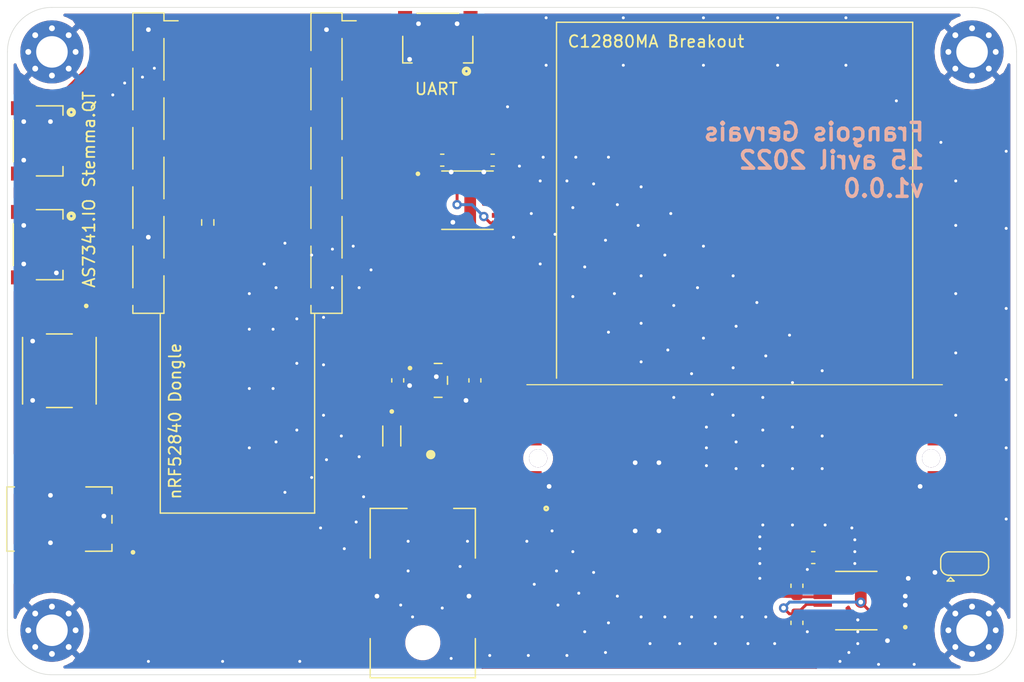
<source format=kicad_pcb>
(kicad_pcb (version 20171130) (host pcbnew 5.1.7-a382d34a8~88~ubuntu18.04.1)
  (layers (0 F.Cu signal) (31 B.Cu signal) (34 B.Paste user) (35 F.Paste user) (36 B.SilkS user) (37 F.SilkS user) (38 B.Mask user) (39 F.Mask user) (44 Edge.Cuts user))
  (net 0 "")
  (net 1 GND)
  (net 2 +5V)
  (net 3 VCC)
  (net 4 VDD)
  (net 5 /0.31)
  (net 6 /0.02)
  (net 7 /1.13)
  (net 8 /0.29)
  (net 9 /1.15)
  (net 10 /1.10)
  (net 11 /0.15)
  (net 12 /0.20)
  (net 13 /0.24)
  (net 14 /0.09)
  (net 15 /0.13)
  (net 16 /0.17)
  (net 17 /0.22)
  (net 18 /1.00)
  (net 19 /0.10)
  (net 20 "Net-(D1-Pad2)")
  (net 21 "Net-(J8-Pad12)")
  (net 22 /LED)
  (net 23 /VIDEO)
  (net 24 /CLK)
  (net 25 /START)
  (net 26 /TRG)
  (net 27 /EOS)
  (net 28 "Net-(J8-Pad5)")
  (net 29 /3V3)
  (net 30 /ADC_ADDR1)
  (net 31 "Net-(U1-Pad10)")
  (net 32 "Net-(U1-Pad7)")
  (net 33 "Net-(U1-Pad6)")
  (net 34 "Net-(U3-Pad9)")
  (net 35 "Net-(U3-Pad6)")
  (module MountingHole:MountingHole_2.7mm_M2.5_Pad_Via (layer F.Cu) (at 97.155 74.295)
    (fp_text reference H4)
    (fp_text value MountingHole_Pad)
    (pad 1 thru_hole circle (at 0 0) (size 5.4 5.4) (drill 2.7) (layers *.Cu *.Mask) (net 1 GND))
    (pad 1 thru_hole circle (at 2.025 0) (size 0.8 0.8) (drill 0.5) (layers *.Cu *.Mask) (net 1 GND))
    (pad 1 thru_hole circle (at 1.431891 1.431891) (size 0.8 0.8) (drill 0.5) (layers *.Cu *.Mask) (net 1 GND))
    (pad 1 thru_hole circle (at 0 2.025) (size 0.8 0.8) (drill 0.5) (layers *.Cu *.Mask) (net 1 GND))
    (pad 1 thru_hole circle (at -1.431891 1.431891) (size 0.8 0.8) (drill 0.5) (layers *.Cu *.Mask) (net 1 GND))
    (pad 1 thru_hole circle (at -2.025 0) (size 0.8 0.8) (drill 0.5) (layers *.Cu *.Mask) (net 1 GND))
    (pad 1 thru_hole circle (at -1.431891 -1.431891) (size 0.8 0.8) (drill 0.5) (layers *.Cu *.Mask) (net 1 GND))
    (pad 1 thru_hole circle (at 0 -2.025) (size 0.8 0.8) (drill 0.5) (layers *.Cu *.Mask) (net 1 GND))
    (pad 1 thru_hole circle (at 1.431891 -1.431891) (size 0.8 0.8) (drill 0.5) (layers *.Cu *.Mask) (net 1 GND))
  )
  (module MountingHole:MountingHole_2.7mm_M2.5_Pad_Via (layer F.Cu) (at 18.415 74.295)
    (fp_text reference H3)
    (fp_text value MountingHole_Pad)
    (pad 1 thru_hole circle (at 1.431891 -1.431891) (size 0.8 0.8) (drill 0.5) (layers *.Cu *.Mask) (net 1 GND))
    (pad 1 thru_hole circle (at 0 -2.025) (size 0.8 0.8) (drill 0.5) (layers *.Cu *.Mask) (net 1 GND))
    (pad 1 thru_hole circle (at -1.431891 -1.431891) (size 0.8 0.8) (drill 0.5) (layers *.Cu *.Mask) (net 1 GND))
    (pad 1 thru_hole circle (at -2.025 0) (size 0.8 0.8) (drill 0.5) (layers *.Cu *.Mask) (net 1 GND))
    (pad 1 thru_hole circle (at -1.431891 1.431891) (size 0.8 0.8) (drill 0.5) (layers *.Cu *.Mask) (net 1 GND))
    (pad 1 thru_hole circle (at 0 2.025) (size 0.8 0.8) (drill 0.5) (layers *.Cu *.Mask) (net 1 GND))
    (pad 1 thru_hole circle (at 1.431891 1.431891) (size 0.8 0.8) (drill 0.5) (layers *.Cu *.Mask) (net 1 GND))
    (pad 1 thru_hole circle (at 2.025 0) (size 0.8 0.8) (drill 0.5) (layers *.Cu *.Mask) (net 1 GND))
    (pad 1 thru_hole circle (at 0 0) (size 5.4 5.4) (drill 2.7) (layers *.Cu *.Mask) (net 1 GND))
  )
  (module MountingHole:MountingHole_2.7mm_M2.5_Pad_Via (layer F.Cu) (at 97.155 24.765)
    (fp_text reference H2)
    (fp_text value MountingHole_Pad)
    (pad 1 thru_hole circle (at 1.431891 -1.431891) (size 0.8 0.8) (drill 0.5) (layers *.Cu *.Mask) (net 1 GND))
    (pad 1 thru_hole circle (at 0 -2.025) (size 0.8 0.8) (drill 0.5) (layers *.Cu *.Mask) (net 1 GND))
    (pad 1 thru_hole circle (at -1.431891 -1.431891) (size 0.8 0.8) (drill 0.5) (layers *.Cu *.Mask) (net 1 GND))
    (pad 1 thru_hole circle (at -2.025 0) (size 0.8 0.8) (drill 0.5) (layers *.Cu *.Mask) (net 1 GND))
    (pad 1 thru_hole circle (at -1.431891 1.431891) (size 0.8 0.8) (drill 0.5) (layers *.Cu *.Mask) (net 1 GND))
    (pad 1 thru_hole circle (at 0 2.025) (size 0.8 0.8) (drill 0.5) (layers *.Cu *.Mask) (net 1 GND))
    (pad 1 thru_hole circle (at 1.431891 1.431891) (size 0.8 0.8) (drill 0.5) (layers *.Cu *.Mask) (net 1 GND))
    (pad 1 thru_hole circle (at 2.025 0) (size 0.8 0.8) (drill 0.5) (layers *.Cu *.Mask) (net 1 GND))
    (pad 1 thru_hole circle (at 0 0) (size 5.4 5.4) (drill 2.7) (layers *.Cu *.Mask) (net 1 GND))
  )
  (module MountingHole:MountingHole_2.7mm_M2.5_Pad_Via (layer F.Cu) (at 18.415 24.765)
    (fp_text reference H1)
    (fp_text value MountingHole_Pad)
    (pad 1 thru_hole circle (at 1.431891 -1.431891) (size 0.8 0.8) (drill 0.5) (layers *.Cu *.Mask) (net 1 GND))
    (pad 1 thru_hole circle (at 0 -2.025) (size 0.8 0.8) (drill 0.5) (layers *.Cu *.Mask) (net 1 GND))
    (pad 1 thru_hole circle (at -1.431891 -1.431891) (size 0.8 0.8) (drill 0.5) (layers *.Cu *.Mask) (net 1 GND))
    (pad 1 thru_hole circle (at -2.025 0) (size 0.8 0.8) (drill 0.5) (layers *.Cu *.Mask) (net 1 GND))
    (pad 1 thru_hole circle (at -1.431891 1.431891) (size 0.8 0.8) (drill 0.5) (layers *.Cu *.Mask) (net 1 GND))
    (pad 1 thru_hole circle (at 0 2.025) (size 0.8 0.8) (drill 0.5) (layers *.Cu *.Mask) (net 1 GND))
    (pad 1 thru_hole circle (at 1.431891 1.431891) (size 0.8 0.8) (drill 0.5) (layers *.Cu *.Mask) (net 1 GND))
    (pad 1 thru_hole circle (at 2.025 0) (size 0.8 0.8) (drill 0.5) (layers *.Cu *.Mask) (net 1 GND))
    (pad 1 thru_hole circle (at 0 0) (size 5.4 5.4) (drill 2.7) (layers *.Cu *.Mask) (net 1 GND))
  )
  (module LSF0204DPWR:SOP65P640X120-14N (layer F.Cu) (at 53.975 37.465)
    (fp_text reference U3)
    (fp_text value LSF0204DPWR)
    (pad 14 smd roundrect (at 2.87 -1.95) (size 1.57 0.41) (layers F.Cu F.Paste F.Mask) (roundrect_rratio 0.05) (net 2 +5V))
    (pad 13 smd roundrect (at 2.87 -1.3) (size 1.57 0.41) (layers F.Cu F.Paste F.Mask) (roundrect_rratio 0.05) (net 24 /CLK))
    (pad 12 smd roundrect (at 2.87 -0.65) (size 1.57 0.41) (layers F.Cu F.Paste F.Mask) (roundrect_rratio 0.05) (net 25 /START))
    (pad 11 smd roundrect (at 2.87 0) (size 1.57 0.41) (layers F.Cu F.Paste F.Mask) (roundrect_rratio 0.05) (net 26 /TRG))
    (pad 10 smd roundrect (at 2.87 0.65) (size 1.57 0.41) (layers F.Cu F.Paste F.Mask) (roundrect_rratio 0.05) (net 27 /EOS))
    (pad 9 smd roundrect (at 2.87 1.3) (size 1.57 0.41) (layers F.Cu F.Paste F.Mask) (roundrect_rratio 0.05) (net 34 "Net-(U3-Pad9)"))
    (pad 8 smd roundrect (at 2.87 1.95) (size 1.57 0.41) (layers F.Cu F.Paste F.Mask) (roundrect_rratio 0.05) (net 4 VDD))
    (pad 7 smd roundrect (at -2.87 1.95) (size 1.57 0.41) (layers F.Cu F.Paste F.Mask) (roundrect_rratio 0.05) (net 1 GND))
    (pad 6 smd roundrect (at -2.87 1.3) (size 1.57 0.41) (layers F.Cu F.Paste F.Mask) (roundrect_rratio 0.05) (net 35 "Net-(U3-Pad6)"))
    (pad 5 smd roundrect (at -2.87 0.65) (size 1.57 0.41) (layers F.Cu F.Paste F.Mask) (roundrect_rratio 0.05) (net 12 /0.20))
    (pad 4 smd roundrect (at -2.87 0) (size 1.57 0.41) (layers F.Cu F.Paste F.Mask) (roundrect_rratio 0.05) (net 17 /0.22))
    (pad 3 smd roundrect (at -2.87 -0.65) (size 1.57 0.41) (layers F.Cu F.Paste F.Mask) (roundrect_rratio 0.05) (net 13 /0.24))
    (pad 2 smd roundrect (at -2.87 -1.3) (size 1.57 0.41) (layers F.Cu F.Paste F.Mask) (roundrect_rratio 0.05) (net 18 /1.00))
    (pad 1 smd roundrect (at -2.87 -1.95) (size 1.57 0.41) (layers F.Cu F.Paste F.Mask) (roundrect_rratio 0.05) (net 4 VDD))
  )
  (module TPS7A0233PDBVR:SOT95P280X145-5N (layer F.Cu) (at 51.466 52.895)
    (fp_text reference U2)
    (fp_text value TPS7A0350PDBVR)
    (pad 5 smd roundrect (at 1.255 -0.95) (size 1.21 0.59) (layers F.Cu F.Paste F.Mask) (roundrect_rratio 0.15) (net 2 +5V))
    (pad 4 smd roundrect (at 1.255 0.95) (size 1.21 0.59) (layers F.Cu F.Paste F.Mask) (roundrect_rratio 0.15))
    (pad 3 smd roundrect (at -1.255 0.95) (size 1.21 0.59) (layers F.Cu F.Paste F.Mask) (roundrect_rratio 0.15) (net 3 VCC))
    (pad 2 smd roundrect (at -1.255 0) (size 1.21 0.59) (layers F.Cu F.Paste F.Mask) (roundrect_rratio 0.15) (net 1 GND))
    (pad 1 smd roundrect (at -1.255 -0.95) (size 1.21 0.59) (layers F.Cu F.Paste F.Mask) (roundrect_rratio 0.15) (net 3 VCC))
  )
  (module ADS1219IPWR:SOP65P640X120-16N (layer F.Cu) (at 87.249 71.755 180)
    (fp_text reference U1)
    (fp_text value ADS1219IPWR)
    (pad 16 smd roundrect (at 2.87 -2.275 180) (size 1.57 0.41) (layers F.Cu F.Paste F.Mask) (roundrect_rratio 0.05) (net 15 /0.13))
    (pad 15 smd roundrect (at 2.87 -1.625 180) (size 1.57 0.41) (layers F.Cu F.Paste F.Mask) (roundrect_rratio 0.05) (net 11 /0.15))
    (pad 14 smd roundrect (at 2.87 -0.975 180) (size 1.57 0.41) (layers F.Cu F.Paste F.Mask) (roundrect_rratio 0.05) (net 16 /0.17))
    (pad 13 smd roundrect (at 2.87 -0.325 180) (size 1.57 0.41) (layers F.Cu F.Paste F.Mask) (roundrect_rratio 0.05) (net 4 VDD))
    (pad 12 smd roundrect (at 2.87 0.325 180) (size 1.57 0.41) (layers F.Cu F.Paste F.Mask) (roundrect_rratio 0.05) (net 2 +5V))
    (pad 11 smd roundrect (at 2.87 0.975 180) (size 1.57 0.41) (layers F.Cu F.Paste F.Mask) (roundrect_rratio 0.05) (net 23 /VIDEO))
    (pad 10 smd roundrect (at 2.87 1.625 180) (size 1.57 0.41) (layers F.Cu F.Paste F.Mask) (roundrect_rratio 0.05) (net 31 "Net-(U1-Pad10)"))
    (pad 9 smd roundrect (at 2.87 2.275 180) (size 1.57 0.41) (layers F.Cu F.Paste F.Mask) (roundrect_rratio 0.05) (net 2 +5V))
    (pad 8 smd roundrect (at -2.87 2.275 180) (size 1.57 0.41) (layers F.Cu F.Paste F.Mask) (roundrect_rratio 0.05) (net 1 GND))
    (pad 7 smd roundrect (at -2.87 1.625 180) (size 1.57 0.41) (layers F.Cu F.Paste F.Mask) (roundrect_rratio 0.05) (net 32 "Net-(U1-Pad7)"))
    (pad 6 smd roundrect (at -2.87 0.975 180) (size 1.57 0.41) (layers F.Cu F.Paste F.Mask) (roundrect_rratio 0.05) (net 33 "Net-(U1-Pad6)"))
    (pad 5 smd roundrect (at -2.87 0.325 180) (size 1.57 0.41) (layers F.Cu F.Paste F.Mask) (roundrect_rratio 0.05) (net 1 GND))
    (pad 4 smd roundrect (at -2.87 -0.325 180) (size 1.57 0.41) (layers F.Cu F.Paste F.Mask) (roundrect_rratio 0.05) (net 1 GND))
    (pad 3 smd roundrect (at -2.87 -0.975 180) (size 1.57 0.41) (layers F.Cu F.Paste F.Mask) (roundrect_rratio 0.05) (net 4 VDD))
    (pad 2 smd roundrect (at -2.87 -1.625 180) (size 1.57 0.41) (layers F.Cu F.Paste F.Mask) (roundrect_rratio 0.05) (net 30 /ADC_ADDR1))
    (pad 1 smd roundrect (at -2.87 -2.275 180) (size 1.57 0.41) (layers F.Cu F.Paste F.Mask) (roundrect_rratio 0.05) (net 1 GND))
  )
  (module HARTING_15650122601000:15650122601000 (layer F.Cu) (at 76.835 62.865 180)
    (fp_text reference J8)
    (fp_text value "C12880MA Breakboard v2" hide)
    (pad 18 thru_hole circle (at -16.815 3.3 180) (size 1.55 1.55) (drill 1.55) (layers *.Cu *.Mask))
    (pad 17 thru_hole circle (at 16.815 3.3 180) (size 1.55 1.55) (drill 1.55) (layers *.Cu *.Mask))
    (pad 16 smd rect (at -17.115 5.75 180) (size 1.2 2.7) (layers F.Cu F.Paste F.Mask))
    (pad 15 smd rect (at 17.115 5.75 180) (size 1.2 2.7) (layers F.Cu F.Paste F.Mask))
    (pad 14 smd rect (at -17.115 0.85 180) (size 1.2 2.7) (layers F.Cu F.Paste F.Mask) (net 1 GND))
    (pad 13 smd rect (at 17.115 0.85 180) (size 1.2 2.7) (layers F.Cu F.Paste F.Mask) (net 1 GND))
    (pad 12 smd rect (at -13.97 0 180) (size 0.8 3.4) (layers F.Cu F.Paste F.Mask) (net 21 "Net-(J8-Pad12)"))
    (pad 11 smd rect (at -11.43 0 180) (size 0.8 3.4) (layers F.Cu F.Paste F.Mask) (net 22 /LED))
    (pad 10 smd rect (at -8.89 0 180) (size 0.8 3.4) (layers F.Cu F.Paste F.Mask) (net 23 /VIDEO))
    (pad 9 smd rect (at -6.35 0 180) (size 0.8 3.4) (layers F.Cu F.Paste F.Mask) (net 24 /CLK))
    (pad 8 smd rect (at -3.81 0 180) (size 0.8 3.4) (layers F.Cu F.Paste F.Mask) (net 25 /START))
    (pad 7 smd rect (at -1.27 0 180) (size 0.8 3.4) (layers F.Cu F.Paste F.Mask) (net 26 /TRG))
    (pad 6 smd rect (at 1.27 0 180) (size 0.8 3.4) (layers F.Cu F.Paste F.Mask) (net 27 /EOS))
    (pad 5 smd rect (at 3.81 0 180) (size 0.8 3.4) (layers F.Cu F.Paste F.Mask) (net 28 "Net-(J8-Pad5)"))
    (pad 4 smd rect (at 6.35 0 180) (size 0.8 3.4) (layers F.Cu F.Paste F.Mask) (net 1 GND))
    (pad 3 smd rect (at 8.89 0 180) (size 0.8 3.4) (layers F.Cu F.Paste F.Mask) (net 1 GND))
    (pad 2 smd rect (at 11.43 0 180) (size 0.8 3.4) (layers F.Cu F.Paste F.Mask) (net 2 +5V))
    (pad 1 smd rect (at 13.97 0 180) (size 0.8 3.4) (layers F.Cu F.Paste F.Mask) (net 29 /3V3))
  )
  (module 1702473:PHOENIX_1702473 (layer F.Cu) (at 19.05 64.77 270)
    (fp_text reference J7)
    (fp_text value 1702473)
    (pad SH1 smd rect (at 3.85 0.8 270) (size 2.3 5.6) (layers F.Cu F.Paste F.Mask) (net 1 GND))
    (pad SH2 smd rect (at -3.85 0.8 270) (size 2.3 5.6) (layers F.Cu F.Paste F.Mask) (net 1 GND))
    (pad 1 smd rect (at 1.25 -5.8 270) (size 1.4 3.4) (layers F.Cu F.Paste F.Mask) (net 5 /0.31))
    (pad 2 smd rect (at -1.25 -5.8 270) (size 1.4 3.4) (layers F.Cu F.Paste F.Mask) (net 1 GND))
  )
  (module "SM04B-SRSS-TB(LF)(SN):JST_SM04B-SRSS-TB(LF)(SN)" (layer F.Cu) (at 51.435 26.035 180)
    (fp_text reference J6)
    (fp_text value "SM04B-SRSS-TB(LF)(SN)")
    (pad 4 smd rect (at 1.5 0 180) (size 0.6 1.55) (layers F.Cu F.Paste F.Mask) (net 1 GND))
    (pad 3 smd rect (at 0.5 0 180) (size 0.6 1.55) (layers F.Cu F.Paste F.Mask) (net 14 /0.09))
    (pad 2 smd rect (at -0.5 0 180) (size 0.6 1.55) (layers F.Cu F.Paste F.Mask) (net 19 /0.10))
    (pad 1 smd rect (at -1.5 0 180) (size 0.6 1.55) (layers F.Cu F.Paste F.Mask) (net 4 VDD))
    (pad S1 smd rect (at -2.8 3.875 180) (size 1.2 1.8) (layers F.Cu F.Paste F.Mask) (net 1 GND))
    (pad S2 smd rect (at 2.8 3.875 180) (size 1.2 1.8) (layers F.Cu F.Paste F.Mask) (net 1 GND))
  )
  (module "SM04B-SRSS-TB(LF)(SN):JST_SM04B-SRSS-TB(LF)(SN)" (layer F.Cu) (at 19.685 41.275 270)
    (fp_text reference J5)
    (fp_text value "SM04B-SRSS-TB(LF)(SN)")
    (pad 4 smd rect (at 1.5 0 270) (size 0.6 1.55) (layers F.Cu F.Paste F.Mask) (net 1 GND))
    (pad 3 smd rect (at 0.5 0 270) (size 0.6 1.55) (layers F.Cu F.Paste F.Mask) (net 8 /0.29))
    (pad 2 smd rect (at -0.5 0 270) (size 0.6 1.55) (layers F.Cu F.Paste F.Mask) (net 6 /0.02))
    (pad 1 smd rect (at -1.5 0 270) (size 0.6 1.55) (layers F.Cu F.Paste F.Mask) (net 9 /1.15))
    (pad S1 smd rect (at -2.8 3.875 270) (size 1.2 1.8) (layers F.Cu F.Paste F.Mask) (net 1 GND))
    (pad S2 smd rect (at 2.8 3.875 270) (size 1.2 1.8) (layers F.Cu F.Paste F.Mask) (net 1 GND))
  )
  (module "SM04B-SRSS-TB(LF)(SN):JST_SM04B-SRSS-TB(LF)(SN)" (layer F.Cu) (at 19.685 32.385 270)
    (fp_text reference J4)
    (fp_text value "SM04B-SRSS-TB(LF)(SN)")
    (pad 4 smd rect (at 1.5 0 270) (size 0.6 1.55) (layers F.Cu F.Paste F.Mask) (net 7 /1.13))
    (pad 3 smd rect (at 0.5 0 270) (size 0.6 1.55) (layers F.Cu F.Paste F.Mask) (net 10 /1.10))
    (pad 2 smd rect (at -0.5 0 270) (size 0.6 1.55) (layers F.Cu F.Paste F.Mask) (net 4 VDD))
    (pad 1 smd rect (at -1.5 0 270) (size 0.6 1.55) (layers F.Cu F.Paste F.Mask) (net 1 GND))
    (pad S1 smd rect (at -2.8 3.875 270) (size 1.2 1.8) (layers F.Cu F.Paste F.Mask) (net 1 GND))
    (pad S2 smd rect (at 2.8 3.875 270) (size 1.2 1.8) (layers F.Cu F.Paste F.Mask) (net 1 GND))
  )
  (module PJ-036AH-SMT-TR:CUI_PJ-036AH-SMT-TR (layer F.Cu) (at 50.8 62.611 90)
    (fp_text reference J3)
    (fp_text value PJ-036AH-SMT-TR)
    (pad None np_thru_hole circle (at -12.75 -0.65 90) (size 2 2) (drill 2) (layers *.Cu *.Mask))
    (pad 2 smd rect (at -8.95 -7.1 270) (size 6.2 3.9) (layers F.Cu F.Paste F.Mask) (net 1 GND))
    (pad 3 smd rect (at -8.95 5.8 90) (size 6.2 3.9) (layers F.Cu F.Paste F.Mask) (net 1 GND))
    (pad 1 smd rect (at 0 0 180) (size 3.3 4.4) (layers F.Cu F.Paste F.Mask) (net 20 "Net-(D1-Pad2)"))
  )
  (module CUS10S30,H3F:DIO_CUS520,H3F (layer F.Cu) (at 47.498 57.658 270)
    (fp_text reference D1)
    (fp_text value D_Schottky)
    (pad 2 smd rect (at 1.15 0 270) (size 0.8 0.9) (layers F.Cu F.Paste F.Mask) (net 20 "Net-(D1-Pad2)"))
    (pad 1 smd rect (at -1.15 0 270) (size 0.8 0.9) (layers F.Cu F.Paste F.Mask) (net 3 VCC))
  )
  (module B3FS-1010:SW_B3FS-1010P (layer F.Cu) (at 19.05 52.07 270)
    (fp_text reference S1)
    (fp_text value B3FS-1010P)
    (pad 4 smd rect (at 4 2.25 270) (size 1.6 1.4) (layers F.Cu F.Paste F.Mask) (net 1 GND))
    (pad 3 smd rect (at -4 2.25 270) (size 1.6 1.4) (layers F.Cu F.Paste F.Mask) (net 1 GND))
    (pad 2 smd rect (at 4 -2.25 270) (size 1.6 1.4) (layers F.Cu F.Paste F.Mask) (net 5 /0.31))
    (pad 1 smd rect (at -4 -2.25 270) (size 1.6 1.4) (layers F.Cu F.Paste F.Mask) (net 5 /0.31))
  )
  (module Resistor_SMD:R_0603_1608Metric (layer F.Cu) (at 31.75 39.37 90)
    (fp_text reference R1)
    (fp_text value R_Small)
    (pad 2 smd roundrect (at 0.825 0 90) (size 0.8 0.95) (layers F.Cu F.Paste F.Mask) (net 5 /0.31))
    (pad 1 smd roundrect (at -0.825 0 90) (size 0.8 0.95) (layers F.Cu F.Paste F.Mask) (net 4 VDD))
  )
  (module Jumper:SolderJumper-3_P1.3mm_Bridged12_RoundedPad1.0x1.5mm (layer F.Cu) (at 96.52 68.58)
    (fp_text reference JP1)
    (fp_text value SolderJumper_3_Bridged12)
    (fp_poly (pts (xy -0.9 -0.3) (xy -0.4 -0.3) (xy -0.4 0.3) (xy -0.9 0.3)) (layer F.Cu) (width 0))
    (pad 1 smd custom (at -1.3 0) (size 1 0.5) (layers F.Cu F.Mask) (net 1 GND) (options (clearance outline) (anchor rect)) (primitives (gr_circle (center 0 0.25) (end 0.5 0.25) (width 0)) (gr_circle (center 0 -0.25) (end 0.5 -0.25) (width 0)) (gr_poly (pts (xy 0.55 -0.75) (xy 0 -0.75) (xy 0 0.75) (xy 0.55 0.75)) (width 0))))
    (pad 2 smd rect (at 0 0) (size 1 1.5) (layers F.Cu F.Mask) (net 30 /ADC_ADDR1))
    (pad 3 smd custom (at 1.3 0) (size 1 0.5) (layers F.Cu F.Mask) (net 4 VDD) (options (clearance outline) (anchor rect)) (primitives (gr_circle (center 0 0.25) (end 0.5 0.25) (width 0)) (gr_circle (center 0 -0.25) (end 0.5 -0.25) (width 0)) (gr_poly (pts (xy -0.55 -0.75) (xy 0 -0.75) (xy 0 0.75) (xy -0.55 0.75)) (width 0))))
  )
  (module Connector_PinSocket_2.54mm:PinSocket_1x10_P2.54mm_Vertical_SMD_Pin1Right (layer F.Cu) (at 41.91 34.29)
    (fp_text reference J2)
    (fp_text value Right)
    (pad 9 smd rect (at 1.65 8.89) (size 1.9 1) (layers F.Cu F.Paste F.Mask) (net 11 /0.15))
    (pad 7 smd rect (at 1.65 3.81) (size 1.9 1) (layers F.Cu F.Paste F.Mask) (net 12 /0.20))
    (pad 5 smd rect (at 1.65 -1.27) (size 1.9 1) (layers F.Cu F.Paste F.Mask) (net 13 /0.24))
    (pad 3 smd rect (at 1.65 -6.35) (size 1.9 1) (layers F.Cu F.Paste F.Mask) (net 14 /0.09))
    (pad 1 smd rect (at 1.65 -11.43) (size 1.9 1) (layers F.Cu F.Paste F.Mask) (net 1 GND))
    (pad 10 smd rect (at -1.65 11.43) (size 1.9 1) (layers F.Cu F.Paste F.Mask) (net 15 /0.13))
    (pad 8 smd rect (at -1.65 6.35) (size 1.9 1) (layers F.Cu F.Paste F.Mask) (net 16 /0.17))
    (pad 6 smd rect (at -1.65 1.27) (size 1.9 1) (layers F.Cu F.Paste F.Mask) (net 17 /0.22))
    (pad 4 smd rect (at -1.65 -3.81) (size 1.9 1) (layers F.Cu F.Paste F.Mask) (net 18 /1.00))
    (pad 2 smd rect (at -1.65 -8.89) (size 1.9 1) (layers F.Cu F.Paste F.Mask) (net 19 /0.10))
  )
  (module Connector_PinSocket_2.54mm:PinSocket_1x10_P2.54mm_Vertical_SMD_Pin1Right (layer F.Cu) (at 26.67 34.29)
    (fp_text reference J1)
    (fp_text value Left)
    (pad 9 smd rect (at 1.65 8.89) (size 1.9 1) (layers F.Cu F.Paste F.Mask) (net 4 VDD))
    (pad 7 smd rect (at 1.65 3.81) (size 1.9 1) (layers F.Cu F.Paste F.Mask) (net 5 /0.31))
    (pad 5 smd rect (at 1.65 -1.27) (size 1.9 1) (layers F.Cu F.Paste F.Mask) (net 6 /0.02))
    (pad 3 smd rect (at 1.65 -6.35) (size 1.9 1) (layers F.Cu F.Paste F.Mask) (net 7 /1.13))
    (pad 1 smd rect (at 1.65 -11.43) (size 1.9 1) (layers F.Cu F.Paste F.Mask) (net 1 GND))
    (pad 10 smd rect (at -1.65 11.43) (size 1.9 1) (layers F.Cu F.Paste F.Mask) (net 2 +5V))
    (pad 8 smd rect (at -1.65 6.35) (size 1.9 1) (layers F.Cu F.Paste F.Mask) (net 1 GND))
    (pad 6 smd rect (at -1.65 1.27) (size 1.9 1) (layers F.Cu F.Paste F.Mask) (net 8 /0.29))
    (pad 4 smd rect (at -1.65 -3.81) (size 1.9 1) (layers F.Cu F.Paste F.Mask) (net 9 /1.15))
    (pad 2 smd rect (at -1.65 -8.89) (size 1.9 1) (layers F.Cu F.Paste F.Mask) (net 10 /1.10))
  )
  (module Capacitor_SMD:C_0603_1608Metric (layer F.Cu) (at 56.134 34.036 180)
    (fp_text reference C7)
    (fp_text value 0.1uF)
    (pad 2 smd roundrect (at 0.775 0 180) (size 0.9 0.95) (layers F.Cu F.Paste F.Mask) (net 1 GND))
    (pad 1 smd roundrect (at -0.775 0 180) (size 0.9 0.95) (layers F.Cu F.Paste F.Mask) (net 2 +5V))
  )
  (module Capacitor_SMD:C_0603_1608Metric (layer F.Cu) (at 51.816 34.036)
    (fp_text reference C6)
    (fp_text value 0.1uF)
    (pad 2 smd roundrect (at 0.775 0) (size 0.9 0.95) (layers F.Cu F.Paste F.Mask) (net 1 GND))
    (pad 1 smd roundrect (at -0.775 0) (size 0.9 0.95) (layers F.Cu F.Paste F.Mask) (net 4 VDD))
  )
  (module Capacitor_SMD:C_0603_1608Metric (layer F.Cu) (at 82.169 73.66 270)
    (fp_text reference C5)
    (fp_text value 0.1uF)
    (pad 2 smd roundrect (at 0.775 0 270) (size 0.9 0.95) (layers F.Cu F.Paste F.Mask) (net 1 GND))
    (pad 1 smd roundrect (at -0.775 0 270) (size 0.9 0.95) (layers F.Cu F.Paste F.Mask) (net 4 VDD))
  )
  (module Capacitor_SMD:C_0603_1608Metric (layer F.Cu) (at 82.169 70.485 90)
    (fp_text reference C4)
    (fp_text value 0.1uF)
    (pad 2 smd roundrect (at 0.775 0 90) (size 0.9 0.95) (layers F.Cu F.Paste F.Mask) (net 1 GND))
    (pad 1 smd roundrect (at -0.775 0 90) (size 0.9 0.95) (layers F.Cu F.Paste F.Mask) (net 2 +5V))
  )
  (module Capacitor_SMD:C_0603_1608Metric (layer F.Cu) (at 54.61 52.895 270)
    (fp_text reference C3)
    (fp_text value 1uF)
    (pad 2 smd roundrect (at 0.775 0 270) (size 0.9 0.95) (layers F.Cu F.Paste F.Mask) (net 1 GND))
    (pad 1 smd roundrect (at -0.775 0 270) (size 0.9 0.95) (layers F.Cu F.Paste F.Mask) (net 2 +5V))
  )
  (module Capacitor_SMD:C_0603_1608Metric (layer F.Cu) (at 48.006 52.895 270)
    (fp_text reference C2)
    (fp_text value 1uF)
    (pad 2 smd roundrect (at 0.775 0 270) (size 0.9 0.95) (layers F.Cu F.Paste F.Mask) (net 1 GND))
    (pad 1 smd roundrect (at -0.775 0 270) (size 0.9 0.95) (layers F.Cu F.Paste F.Mask) (net 3 VCC))
  )
  (module Capacitor_SMD:C_0603_1608Metric (layer F.Cu) (at 83.566 68.072 180)
    (fp_text reference C1)
    (fp_text value 0.1uF)
    (pad 2 smd roundrect (at 0.775 0 180) (size 0.9 0.95) (layers F.Cu F.Paste F.Mask) (net 1 GND))
    (pad 1 smd roundrect (at -0.775 0 180) (size 0.9 0.95) (layers F.Cu F.Paste F.Mask) (net 2 +5V))
  )
  (gr_text "nRF52840 Dongle" (at 28.956 56.388 90) (layer F.SilkS) (effects (font (size 1 1))))
  (gr_text AS7341.IO (at 21.59 41.148 90) (layer F.SilkS) (effects (font (size 1 1))))
  (gr_text Stemma.QT (at 21.59 32.258 90) (layer F.SilkS) (effects (font (size 1 1))))
  (gr_text UART (at 51.308 27.94) (layer F.SilkS) (effects (font (size 1 1))))
  (gr_text "François Gervais\n15 avril 2022\nv1.0.0" (at 93.218 34.036) (layer B.SilkS) (effects (font (size 1.5 1.5) (thickness 0.3)) (justify left mirror)))
  (gr_arc (start 97.155 74.295) (end 97.155 78.105) (angle -90) (layer Edge.Cuts) (width 0.05))
  (gr_arc (start 18.415 74.295) (end 14.605 74.295) (angle -90) (layer Edge.Cuts) (width 0.05))
  (gr_arc (start 18.415 24.765) (end 18.415 20.955) (angle -90) (layer Edge.Cuts) (width 0.05))
  (gr_arc (start 97.155 24.765) (end 100.965 24.765) (angle -90) (layer Edge.Cuts) (width 0.05))
  (gr_line (start 18.415 78.105) (end 97.155 78.105) (layer Edge.Cuts) (width 0.05))
  (gr_line (start 14.605 24.765) (end 14.605 74.295) (layer Edge.Cuts) (width 0.05))
  (gr_line (start 100.965 24.765) (end 100.965 74.295) (layer Edge.Cuts) (width 0.05))
  (gr_line (start 18.415 20.955) (end 97.155 20.955) (layer Edge.Cuts) (width 0.05))
  (gr_line (start 27.686 64.262) (end 40.894 64.262) (layer F.SilkS) (width 0.12))
  (gr_line (start 27.686 47.244) (end 27.686 64.262) (layer F.SilkS) (width 0.12))
  (gr_line (start 40.894 47.244) (end 40.894 64.262) (layer F.SilkS) (width 0.12))
  (gr_text "C12880MA Breakout" (at 70.104 23.876) (layer F.SilkS) (effects (font (size 1 1))))
  (gr_line (start 61.595 22.225) (end 61.595 52.705) (layer F.SilkS) (width 0.12))
  (gr_line (start 92.075 22.225) (end 61.595 22.225) (layer F.SilkS) (width 0.12))
  (gr_line (start 92.075 52.705) (end 92.075 22.225) (layer F.SilkS) (width 0.12))
  (via (at 49.022 53.34) (size 0.8) (drill 0.4) (layers F.Cu B.Cu) (net 1))
  (segment (start 48.006 53.67) (end 48.692 53.67) (width 0.25) (layer F.Cu) (net 1))
  (segment (start 48.692 53.67) (end 49.022 53.34) (width 0.25) (layer F.Cu) (net 1))
  (via (at 51.308 52.578) (size 0.8) (drill 0.4) (layers F.Cu B.Cu) (net 1))
  (segment (start 50.211 52.895) (end 50.991 52.895) (width 0.25) (layer F.Cu) (net 1))
  (segment (start 50.991 52.895) (end 51.308 52.578) (width 0.25) (layer F.Cu) (net 1))
  (via (at 53.848 54.61) (size 0.8) (drill 0.4) (layers F.Cu B.Cu) (net 1))
  (segment (start 54.61 53.67) (end 54.61 53.848) (width 0.25) (layer F.Cu) (net 1))
  (segment (start 54.61 53.848) (end 53.848 54.61) (width 0.25) (layer F.Cu) (net 1))
  (via (at 46.228 71.374) (size 0.8) (drill 0.4) (layers F.Cu B.Cu) (net 1))
  (segment (start 43.7 71.561) (end 46.041 71.561) (width 0.25) (layer F.Cu) (net 1))
  (segment (start 46.041 71.561) (end 46.228 71.374) (width 0.25) (layer F.Cu) (net 1))
  (segment (start 56.6 71.561) (end 54.289 71.561) (width 0.25) (layer F.Cu) (net 1))
  (via (at 54.102 71.374) (size 0.8) (drill 0.4) (layers F.Cu B.Cu) (net 1))
  (segment (start 54.289 71.561) (end 54.102 71.374) (width 0.25) (layer F.Cu) (net 1))
  (via (at 60.96 61.976) (size 0.8) (drill 0.4) (layers F.Cu B.Cu) (net 1))
  (segment (start 59.72 62.015) (end 60.921 62.015) (width 0.25) (layer F.Cu) (net 1))
  (via (at 83.058 69.088) (size 0.508) (drill 0.254) (layers F.Cu B.Cu) (net 1))
  (segment (start 82.791 68.072) (end 82.791 68.821) (width 0.25) (layer F.Cu) (net 1))
  (segment (start 82.791 68.821) (end 83.058 69.088) (width 0.25) (layer F.Cu) (net 1))
  (segment (start 82.436 69.71) (end 83.058 69.088) (width 0.25) (layer F.Cu) (net 1))
  (segment (start 82.169 69.71) (end 82.436 69.71) (width 0.25) (layer F.Cu) (net 1))
  (via (at 83.058 74.422) (size 0.508) (drill 0.254) (layers F.Cu B.Cu) (net 1))
  (segment (start 82.169 74.435) (end 83.045 74.435) (width 0.25) (layer F.Cu) (net 1))
  (segment (start 83.045 74.435) (end 83.058 74.422) (width 0.25) (layer F.Cu) (net 1))
  (via (at 18.288 66.802) (size 0.8) (drill 0.4) (layers F.Cu B.Cu) (net 1))
  (segment (start 18.25 68.62) (end 18.25 66.84) (width 0.25) (layer F.Cu) (net 1))
  (segment (start 18.25 66.84) (end 18.288 66.802) (width 0.25) (layer F.Cu) (net 1))
  (via (at 18.288 62.738) (size 0.8) (drill 0.4) (layers F.Cu B.Cu) (net 1))
  (segment (start 18.25 60.92) (end 18.25 62.7) (width 0.25) (layer F.Cu) (net 1))
  (segment (start 18.25 62.7) (end 18.288 62.738) (width 0.25) (layer F.Cu) (net 1))
  (via (at 22.86 64.516) (size 0.8) (drill 0.4) (layers F.Cu B.Cu) (net 1))
  (segment (start 24.85 63.52) (end 23.856 63.52) (width 0.25) (layer F.Cu) (net 1))
  (segment (start 23.856 63.52) (end 22.86 64.516) (width 0.25) (layer F.Cu) (net 1))
  (via (at 16.764 49.53) (size 0.8) (drill 0.4) (layers F.Cu B.Cu) (net 1))
  (segment (start 16.8 48.07) (end 16.8 49.494) (width 0.25) (layer F.Cu) (net 1))
  (segment (start 16.8 49.494) (end 16.764 49.53) (width 0.25) (layer F.Cu) (net 1))
  (via (at 16.764 54.61) (size 0.8) (drill 0.4) (layers F.Cu B.Cu) (net 1))
  (segment (start 16.8 56.07) (end 16.8 54.646) (width 0.25) (layer F.Cu) (net 1))
  (segment (start 16.8 54.646) (end 16.764 54.61) (width 0.25) (layer F.Cu) (net 1))
  (via (at 93.98 69.342) (size 0.8) (drill 0.4) (layers F.Cu B.Cu) (net 1))
  (segment (start 95.22 68.58) (end 94.742 68.58) (width 0.25) (layer F.Cu) (net 1))
  (segment (start 94.742 68.58) (end 93.98 69.342) (width 0.25) (layer F.Cu) (net 1))
  (via (at 91.694 69.85) (size 0.8) (drill 0.4) (layers F.Cu B.Cu) (net 1))
  (segment (start 90.119 69.48) (end 91.324 69.48) (width 0.25) (layer F.Cu) (net 1))
  (segment (start 91.324 69.48) (end 91.694 69.85) (width 0.25) (layer F.Cu) (net 1))
  (via (at 92.71 61.976) (size 0.8) (drill 0.4) (layers F.Cu B.Cu) (net 1))
  (segment (start 93.95 62.015) (end 92.749 62.015) (width 0.25) (layer F.Cu) (net 1))
  (segment (start 92.749 62.015) (end 92.71 61.976) (width 0.25) (layer F.Cu) (net 1))
  (via (at 52.724675 39.356133) (size 0.8) (drill 0.4) (layers F.Cu B.Cu) (net 1))
  (segment (start 51.105 39.415) (end 52.665808 39.415) (width 0.25) (layer F.Cu) (net 1))
  (segment (start 52.665808 39.415) (end 52.724675 39.356133) (width 0.25) (layer F.Cu) (net 1))
  (via (at 55.372 35.052) (size 0.8) (drill 0.4) (layers F.Cu B.Cu) (net 1))
  (segment (start 55.359 34.036) (end 55.359 35.039) (width 0.25) (layer F.Cu) (net 1))
  (segment (start 55.359 35.039) (end 55.372 35.052) (width 0.25) (layer F.Cu) (net 1))
  (via (at 52.578 35.052) (size 0.8) (drill 0.4) (layers F.Cu B.Cu) (net 1))
  (segment (start 52.591 34.036) (end 52.591 35.039) (width 0.25) (layer F.Cu) (net 1))
  (segment (start 52.591 35.039) (end 52.578 35.052) (width 0.25) (layer F.Cu) (net 1))
  (via (at 49.022 25.4) (size 0.8) (drill 0.4) (layers F.Cu B.Cu) (net 1))
  (segment (start 49.935 26.035) (end 49.657 26.035) (width 0.25) (layer F.Cu) (net 1))
  (segment (start 49.657 26.035) (end 49.022 25.4) (width 0.25) (layer F.Cu) (net 1))
  (via (at 41.91 22.86) (size 0.8) (drill 0.4) (layers F.Cu B.Cu) (net 1))
  (segment (start 43.56 22.86) (end 41.91 22.86) (width 0.25) (layer F.Cu) (net 1))
  (via (at 49.784 22.352) (size 0.8) (drill 0.4) (layers F.Cu B.Cu) (net 1))
  (segment (start 48.635 22.16) (end 49.592 22.16) (width 0.25) (layer F.Cu) (net 1))
  (segment (start 49.592 22.16) (end 49.784 22.352) (width 0.25) (layer F.Cu) (net 1))
  (via (at 53.086 22.352) (size 0.8) (drill 0.4) (layers F.Cu B.Cu) (net 1))
  (segment (start 54.235 22.16) (end 53.278 22.16) (width 0.25) (layer F.Cu) (net 1))
  (segment (start 53.278 22.16) (end 53.086 22.352) (width 0.25) (layer F.Cu) (net 1))
  (via (at 16.002 30.734) (size 0.8) (drill 0.4) (layers F.Cu B.Cu) (net 1))
  (segment (start 15.81 29.585) (end 15.81 30.542) (width 0.25) (layer F.Cu) (net 1))
  (segment (start 15.81 30.542) (end 16.002 30.734) (width 0.25) (layer F.Cu) (net 1))
  (via (at 16.002 34.036) (size 0.8) (drill 0.4) (layers F.Cu B.Cu) (net 1))
  (segment (start 15.81 35.185) (end 15.81 34.228) (width 0.25) (layer F.Cu) (net 1))
  (segment (start 15.81 34.228) (end 16.002 34.036) (width 0.25) (layer F.Cu) (net 1))
  (via (at 16.002 39.624) (size 0.8) (drill 0.4) (layers F.Cu B.Cu) (net 1))
  (segment (start 15.81 38.475) (end 15.81 39.432) (width 0.25) (layer F.Cu) (net 1))
  (segment (start 15.81 39.432) (end 16.002 39.624) (width 0.25) (layer F.Cu) (net 1))
  (via (at 16.002 42.926) (size 0.8) (drill 0.4) (layers F.Cu B.Cu) (net 1))
  (segment (start 15.81 44.075) (end 15.81 43.118) (width 0.25) (layer F.Cu) (net 1))
  (segment (start 15.81 43.118) (end 16.002 42.926) (width 0.25) (layer F.Cu) (net 1))
  (via (at 18.796 43.688) (size 0.8) (drill 0.4) (layers F.Cu B.Cu) (net 1))
  (segment (start 19.685 42.775) (end 19.685 42.799) (width 0.25) (layer F.Cu) (net 1))
  (segment (start 19.685 42.799) (end 18.796 43.688) (width 0.25) (layer F.Cu) (net 1))
  (via (at 26.67 22.86) (size 0.8) (drill 0.4) (layers F.Cu B.Cu) (net 1))
  (segment (start 28.32 22.86) (end 26.67 22.86) (width 0.25) (layer F.Cu) (net 1))
  (segment (start 26.654681 40.64) (end 26.662386 40.632295) (width 0.25) (layer F.Cu) (net 1))
  (via (at 26.662386 40.632295) (size 0.8) (drill 0.4) (layers F.Cu B.Cu) (net 1))
  (segment (start 25.02 40.64) (end 26.654681 40.64) (width 0.25) (layer F.Cu) (net 1))
  (via (at 66.04 73.66) (size 0.508) (drill 0.254) (layers F.Cu B.Cu) (net 1))
  (via (at 59.055 66.675) (size 0.508) (drill 0.254) (layers F.Cu B.Cu) (net 1))
  (via (at 61.595 69.215) (size 0.508) (drill 0.254) (layers F.Cu B.Cu) (net 1))
  (via (at 63.5 71.12) (size 0.508) (drill 0.254) (layers F.Cu B.Cu) (net 1))
  (via (at 48.895 66.675) (size 0.508) (drill 0.254) (layers F.Cu B.Cu) (net 1))
  (via (at 53.975 66.675) (size 0.508) (drill 0.254) (layers F.Cu B.Cu) (net 1))
  (via (at 39.37 57.15) (size 0.508) (drill 0.254) (layers F.Cu B.Cu) (net 1))
  (via (at 39.37 47.625) (size 0.508) (drill 0.254) (layers F.Cu B.Cu) (net 1))
  (via (at 39.37 51.435) (size 0.508) (drill 0.254) (layers F.Cu B.Cu) (net 1))
  (via (at 41.91 59.69) (size 0.508) (drill 0.254) (layers F.Cu B.Cu) (net 1))
  (via (at 45.085 62.865) (size 0.508) (drill 0.254) (layers F.Cu B.Cu) (net 1))
  (via (at 48.895 69.215) (size 0.508) (drill 0.254) (layers F.Cu B.Cu) (net 1))
  (via (at 37.592 58.166) (size 0.508) (drill 0.254) (layers F.Cu B.Cu) (net 1))
  (via (at 40.64 61.214) (size 0.508) (drill 0.254) (layers F.Cu B.Cu) (net 1))
  (via (at 44.45 65.024) (size 0.508) (drill 0.254) (layers F.Cu B.Cu) (net 1))
  (via (at 37.592 44.958) (size 0.508) (drill 0.254) (layers F.Cu B.Cu) (net 1))
  (via (at 37.338 48.514) (size 0.508) (drill 0.254) (layers F.Cu B.Cu) (net 1))
  (via (at 37.338 53.594) (size 0.508) (drill 0.254) (layers F.Cu B.Cu) (net 1))
  (via (at 40.64 42.164) (size 0.508) (drill 0.254) (layers F.Cu B.Cu) (net 1))
  (via (at 42.418 44.958) (size 0.508) (drill 0.254) (layers F.Cu B.Cu) (net 1))
  (via (at 44.196 41.402) (size 0.508) (drill 0.254) (layers F.Cu B.Cu) (net 1))
  (via (at 44.704 44.958) (size 0.508) (drill 0.254) (layers F.Cu B.Cu) (net 1))
  (via (at 45.72 43.434) (size 0.508) (drill 0.254) (layers F.Cu B.Cu) (net 1))
  (via (at 41.656 47.498) (size 0.508) (drill 0.254) (layers F.Cu B.Cu) (net 1))
  (via (at 41.656 51.562) (size 0.508) (drill 0.254) (layers F.Cu B.Cu) (net 1))
  (via (at 41.656 55.88) (size 0.508) (drill 0.254) (layers F.Cu B.Cu) (net 1))
  (via (at 44.704 59.436) (size 0.508) (drill 0.254) (layers F.Cu B.Cu) (net 1))
  (via (at 43.18 57.658) (size 0.508) (drill 0.254) (layers F.Cu B.Cu) (net 1))
  (via (at 35.306 45.466) (size 0.508) (drill 0.254) (layers F.Cu B.Cu) (net 1))
  (via (at 35.306 48.514) (size 0.508) (drill 0.254) (layers F.Cu B.Cu) (net 1))
  (via (at 35.306 53.594) (size 0.508) (drill 0.254) (layers F.Cu B.Cu) (net 1))
  (via (at 35.306 58.674) (size 0.508) (drill 0.254) (layers F.Cu B.Cu) (net 1))
  (via (at 38.354 62.484) (size 0.508) (drill 0.254) (layers F.Cu B.Cu) (net 1))
  (via (at 41.402 65.532) (size 0.508) (drill 0.254) (layers F.Cu B.Cu) (net 1))
  (via (at 48.26 72.136) (size 0.508) (drill 0.254) (layers F.Cu B.Cu) (net 1))
  (via (at 52.578 76.708) (size 0.508) (drill 0.254) (layers F.Cu B.Cu) (net 1))
  (via (at 53.34 68.834) (size 0.508) (drill 0.254) (layers F.Cu B.Cu) (net 1))
  (via (at 59.69 70.358) (size 0.508) (drill 0.254) (layers F.Cu B.Cu) (net 1))
  (via (at 65.786 76.2) (size 0.508) (drill 0.254) (layers F.Cu B.Cu) (net 1))
  (via (at 64.008 74.422) (size 0.508) (drill 0.254) (layers F.Cu B.Cu) (net 1))
  (via (at 61.722 72.136) (size 0.508) (drill 0.254) (layers F.Cu B.Cu) (net 1))
  (via (at 62.484 76.454) (size 0.508) (drill 0.254) (layers F.Cu B.Cu) (net 1))
  (via (at 55.88 76.454) (size 0.508) (drill 0.254) (layers F.Cu B.Cu) (net 1))
  (via (at 51.816 72.39) (size 0.508) (drill 0.254) (layers F.Cu B.Cu) (net 1))
  (via (at 59.182 76.454) (size 0.508) (drill 0.254) (layers F.Cu B.Cu) (net 1))
  (via (at 84.582 65.278) (size 0.508) (drill 0.254) (layers F.Cu B.Cu) (net 1))
  (via (at 81.788 65.278) (size 0.508) (drill 0.254) (layers F.Cu B.Cu) (net 1))
  (via (at 79.248 65.278) (size 0.508) (drill 0.254) (layers F.Cu B.Cu) (net 1))
  (via (at 68.834 73.152) (size 0.508) (drill 0.254) (layers F.Cu B.Cu) (net 1))
  (via (at 61.214 65.786) (size 0.508) (drill 0.254) (layers F.Cu B.Cu) (net 1))
  (via (at 62.992 67.564) (size 0.508) (drill 0.254) (layers F.Cu B.Cu) (net 1))
  (via (at 64.77 69.342) (size 0.508) (drill 0.254) (layers F.Cu B.Cu) (net 1))
  (via (at 66.802 71.374) (size 0.508) (drill 0.254) (layers F.Cu B.Cu) (net 1))
  (via (at 70.866 73.152) (size 0.508) (drill 0.254) (layers F.Cu B.Cu) (net 1))
  (via (at 73.152 73.152) (size 0.508) (drill 0.254) (layers F.Cu B.Cu) (net 1))
  (via (at 75.184 73.152) (size 0.508) (drill 0.254) (layers F.Cu B.Cu) (net 1))
  (via (at 69.596 75.438) (size 0.508) (drill 0.254) (layers F.Cu B.Cu) (net 1))
  (via (at 72.136 75.438) (size 0.508) (drill 0.254) (layers F.Cu B.Cu) (net 1))
  (via (at 75.184 75.438) (size 0.508) (drill 0.254) (layers F.Cu B.Cu) (net 1))
  (via (at 80.264 75.438) (size 0.508) (drill 0.254) (layers F.Cu B.Cu) (net 1))
  (via (at 77.978 75.438) (size 0.508) (drill 0.254) (layers F.Cu B.Cu) (net 1))
  (via (at 38.354 41.148) (size 0.508) (drill 0.254) (layers F.Cu B.Cu) (net 1))
  (via (at 36.576 42.926) (size 0.508) (drill 0.254) (layers F.Cu B.Cu) (net 1))
  (via (at 42.418 41.656) (size 0.508) (drill 0.254) (layers F.Cu B.Cu) (net 1))
  (via (at 70.358 59.944) (size 0.8) (drill 0.4) (layers F.Cu B.Cu) (net 1))
  (via (at 70.358 65.786) (size 0.8) (drill 0.4) (layers F.Cu B.Cu) (net 1))
  (via (at 68.326 65.786) (size 0.8) (drill 0.4) (layers F.Cu B.Cu) (net 1))
  (via (at 68.326 59.944) (size 0.8) (drill 0.4) (layers F.Cu B.Cu) (net 1))
  (via (at 74.422 60.198) (size 0.508) (drill 0.254) (layers F.Cu B.Cu) (net 1))
  (via (at 74.422 58.674) (size 0.508) (drill 0.254) (layers F.Cu B.Cu) (net 1))
  (via (at 74.422 56.896) (size 0.508) (drill 0.254) (layers F.Cu B.Cu) (net 1))
  (via (at 76.962 60.452) (size 0.508) (drill 0.254) (layers F.Cu B.Cu) (net 1))
  (via (at 76.708 55.88) (size 0.508) (drill 0.254) (layers F.Cu B.Cu) (net 1))
  (via (at 76.962 58.166) (size 0.508) (drill 0.254) (layers F.Cu B.Cu) (net 1))
  (via (at 74.93 54.102) (size 0.508) (drill 0.254) (layers F.Cu B.Cu) (net 1))
  (via (at 73.152 52.324) (size 0.508) (drill 0.254) (layers F.Cu B.Cu) (net 1))
  (via (at 71.12 50.292) (size 0.508) (drill 0.254) (layers F.Cu B.Cu) (net 1))
  (via (at 68.834 48.006) (size 0.508) (drill 0.254) (layers F.Cu B.Cu) (net 1))
  (via (at 66.548 45.466) (size 0.508) (drill 0.254) (layers F.Cu B.Cu) (net 1))
  (via (at 59.436 38.608) (size 0.508) (drill 0.254) (layers F.Cu B.Cu) (net 1))
  (via (at 61.468 40.386) (size 0.508) (drill 0.254) (layers F.Cu B.Cu) (net 1))
  (via (at 64.008 43.18) (size 0.508) (drill 0.254) (layers F.Cu B.Cu) (net 1))
  (via (at 57.912 40.64) (size 0.508) (drill 0.254) (layers F.Cu B.Cu) (net 1))
  (via (at 60.198 42.926) (size 0.508) (drill 0.254) (layers F.Cu B.Cu) (net 1))
  (via (at 62.992 45.72) (size 0.508) (drill 0.254) (layers F.Cu B.Cu) (net 1))
  (via (at 66.04 48.768) (size 0.508) (drill 0.254) (layers F.Cu B.Cu) (net 1))
  (via (at 68.834 51.308) (size 0.508) (drill 0.254) (layers F.Cu B.Cu) (net 1))
  (via (at 71.628 54.356) (size 0.508) (drill 0.254) (layers F.Cu B.Cu) (net 1))
  (via (at 62.992 38.1) (size 0.508) (drill 0.254) (layers F.Cu B.Cu) (net 1))
  (via (at 79.248 54.356) (size 0.508) (drill 0.254) (layers F.Cu B.Cu) (net 1))
  (via (at 79.248 60.198) (size 0.508) (drill 0.254) (layers F.Cu B.Cu) (net 1))
  (via (at 79.248 57.15) (size 0.508) (drill 0.254) (layers F.Cu B.Cu) (net 1))
  (via (at 76.708 51.816) (size 0.508) (drill 0.254) (layers F.Cu B.Cu) (net 1))
  (via (at 74.168 49.276) (size 0.508) (drill 0.254) (layers F.Cu B.Cu) (net 1))
  (via (at 71.628 46.482) (size 0.508) (drill 0.254) (layers F.Cu B.Cu) (net 1))
  (via (at 68.834 43.942) (size 0.508) (drill 0.254) (layers F.Cu B.Cu) (net 1))
  (via (at 65.786 40.894) (size 0.508) (drill 0.254) (layers F.Cu B.Cu) (net 1))
  (via (at 58.42 34.544) (size 0.508) (drill 0.254) (layers F.Cu B.Cu) (net 1))
  (via (at 60.452 33.782) (size 0.508) (drill 0.254) (layers F.Cu B.Cu) (net 1))
  (via (at 66.04 33.782) (size 0.508) (drill 0.254) (layers F.Cu B.Cu) (net 1))
  (via (at 63.246 33.782) (size 0.508) (drill 0.254) (layers F.Cu B.Cu) (net 1))
  (via (at 68.834 36.322) (size 0.508) (drill 0.254) (layers F.Cu B.Cu) (net 1))
  (via (at 71.374 38.608) (size 0.508) (drill 0.254) (layers F.Cu B.Cu) (net 1))
  (via (at 74.168 41.402) (size 0.508) (drill 0.254) (layers F.Cu B.Cu) (net 1))
  (via (at 76.708 43.942) (size 0.508) (drill 0.254) (layers F.Cu B.Cu) (net 1))
  (via (at 78.74 46.228) (size 0.508) (drill 0.254) (layers F.Cu B.Cu) (net 1))
  (via (at 84.328 52.07) (size 0.508) (drill 0.254) (layers F.Cu B.Cu) (net 1))
  (via (at 81.534 49.022) (size 0.508) (drill 0.254) (layers F.Cu B.Cu) (net 1))
  (via (at 84.328 60.452) (size 0.508) (drill 0.254) (layers F.Cu B.Cu) (net 1))
  (via (at 84.328 57.658) (size 0.508) (drill 0.254) (layers F.Cu B.Cu) (net 1))
  (via (at 81.788 60.452) (size 0.508) (drill 0.254) (layers F.Cu B.Cu) (net 1))
  (via (at 81.788 53.086) (size 0.508) (drill 0.254) (layers F.Cu B.Cu) (net 1))
  (via (at 81.788 56.896) (size 0.508) (drill 0.254) (layers F.Cu B.Cu) (net 1))
  (via (at 79.502 50.8) (size 0.508) (drill 0.254) (layers F.Cu B.Cu) (net 1))
  (via (at 76.962 48.26) (size 0.508) (drill 0.254) (layers F.Cu B.Cu) (net 1))
  (via (at 73.66 44.958) (size 0.508) (drill 0.254) (layers F.Cu B.Cu) (net 1))
  (via (at 70.866 42.164) (size 0.508) (drill 0.254) (layers F.Cu B.Cu) (net 1))
  (via (at 68.58 39.624) (size 0.508) (drill 0.254) (layers F.Cu B.Cu) (net 1))
  (via (at 64.77 36.068) (size 0.508) (drill 0.254) (layers F.Cu B.Cu) (net 1))
  (via (at 60.198 35.814) (size 0.508) (drill 0.254) (layers F.Cu B.Cu) (net 1))
  (via (at 66.802 37.846) (size 0.508) (drill 0.254) (layers F.Cu B.Cu) (net 1))
  (via (at 62.484 35.814) (size 0.508) (drill 0.254) (layers F.Cu B.Cu) (net 1))
  (via (at 79.502 73.152) (size 0.508) (drill 0.254) (layers F.Cu B.Cu) (net 1))
  (via (at 77.47 73.152) (size 0.508) (drill 0.254) (layers F.Cu B.Cu) (net 1))
  (via (at 78.994 69.85) (size 0.508) (drill 0.254) (layers F.Cu B.Cu) (net 1))
  (via (at 78.994 68.58) (size 0.508) (drill 0.254) (layers F.Cu B.Cu) (net 1))
  (via (at 78.994 67.31) (size 0.508) (drill 0.254) (layers F.Cu B.Cu) (net 1))
  (via (at 78.994 66.294) (size 0.508) (drill 0.254) (layers F.Cu B.Cu) (net 1))
  (via (at 87.122 68.58) (size 0.508) (drill 0.254) (layers F.Cu B.Cu) (net 1))
  (via (at 87.122 67.564) (size 0.508) (drill 0.254) (layers F.Cu B.Cu) (net 1))
  (via (at 87.122 66.548) (size 0.508) (drill 0.254) (layers F.Cu B.Cu) (net 1))
  (via (at 86.868 65.532) (size 0.508) (drill 0.254) (layers F.Cu B.Cu) (net 1))
  (via (at 85.852 76.962) (size 0.508) (drill 0.254) (layers F.Cu B.Cu) (net 1))
  (via (at 86.614 76.2) (size 0.508) (drill 0.254) (layers F.Cu B.Cu) (net 1))
  (via (at 87.376 75.438) (size 0.508) (drill 0.254) (layers F.Cu B.Cu) (net 1))
  (via (at 87.376 74.422) (size 0.508) (drill 0.254) (layers F.Cu B.Cu) (net 1))
  (via (at 87.376 73.406) (size 0.508) (drill 0.254) (layers F.Cu B.Cu) (net 1))
  (via (at 87.376 73.406) (size 0.508) (drill 0.254) (layers F.Cu B.Cu) (net 1))
  (via (at 91.44 71.374) (size 0.8) (drill 0.4) (layers F.Cu B.Cu) (net 1))
  (segment (start 91.384 71.43) (end 91.44 71.374) (width 0.25) (layer F.Cu) (net 1))
  (segment (start 90.119 71.43) (end 91.384 71.43) (width 0.25) (layer F.Cu) (net 1))
  (segment (start 90.119 72.08) (end 91.384 72.08) (width 0.25) (layer F.Cu) (net 1))
  (segment (start 91.384 72.08) (end 91.44 72.136) (width 0.25) (layer F.Cu) (net 1))
  (via (at 91.44 72.136) (size 0.8) (drill 0.4) (layers F.Cu B.Cu) (net 1))
  (via (at 43.434 67.31) (size 0.508) (drill 0.254) (layers F.Cu B.Cu) (net 1))
  (via (at 49.276 73.152) (size 0.508) (drill 0.254) (layers F.Cu B.Cu) (net 1))
  (via (at 23.622 28.448) (size 0.508) (drill 0.254) (layers F.Cu B.Cu) (net 1))
  (via (at 24.638 27.432) (size 0.508) (drill 0.254) (layers F.Cu B.Cu) (net 1))
  (via (at 26.162 26.924) (size 0.508) (drill 0.254) (layers F.Cu B.Cu) (net 1))
  (via (at 27.178 26.162) (size 0.508) (drill 0.254) (layers F.Cu B.Cu) (net 1))
  (via (at 60.706 25.908) (size 0.508) (drill 0.254) (layers F.Cu B.Cu) (net 1))
  (via (at 67.31 25.908) (size 0.508) (drill 0.254) (layers F.Cu B.Cu) (net 1))
  (via (at 74.168 25.908) (size 0.508) (drill 0.254) (layers F.Cu B.Cu) (net 1))
  (via (at 80.518 25.908) (size 0.508) (drill 0.254) (layers F.Cu B.Cu) (net 1))
  (via (at 86.36 25.908) (size 0.508) (drill 0.254) (layers F.Cu B.Cu) (net 1))
  (via (at 90.678 28.956) (size 0.508) (drill 0.254) (layers F.Cu B.Cu) (net 1))
  (via (at 94.488 32.512) (size 0.508) (drill 0.254) (layers F.Cu B.Cu) (net 1))
  (via (at 95.758 35.814) (size 0.508) (drill 0.254) (layers F.Cu B.Cu) (net 1))
  (via (at 95.758 39.624) (size 0.508) (drill 0.254) (layers F.Cu B.Cu) (net 1))
  (via (at 95.758 45.466) (size 0.508) (drill 0.254) (layers F.Cu B.Cu) (net 1))
  (via (at 95.758 50.546) (size 0.508) (drill 0.254) (layers F.Cu B.Cu) (net 1))
  (via (at 95.758 55.88) (size 0.508) (drill 0.254) (layers F.Cu B.Cu) (net 1))
  (via (at 57.404 29.464) (size 0.508) (drill 0.254) (layers F.Cu B.Cu) (net 1))
  (via (at 26.67 76.962) (size 0.508) (drill 0.254) (layers F.Cu B.Cu) (net 1))
  (via (at 33.02 76.962) (size 0.508) (drill 0.254) (layers F.Cu B.Cu) (net 1))
  (via (at 39.624 76.962) (size 0.508) (drill 0.254) (layers F.Cu B.Cu) (net 1))
  (via (at 89.154 77.216) (size 0.508) (drill 0.254) (layers F.Cu B.Cu) (net 1))
  (via (at 92.202 77.216) (size 0.508) (drill 0.254) (layers F.Cu B.Cu) (net 1))
  (via (at 100.076 64.77) (size 0.508) (drill 0.254) (layers F.Cu B.Cu) (net 1))
  (via (at 100.076 58.674) (size 0.508) (drill 0.254) (layers F.Cu B.Cu) (net 1))
  (via (at 100.076 52.832) (size 0.508) (drill 0.254) (layers F.Cu B.Cu) (net 1))
  (via (at 100.076 46.736) (size 0.508) (drill 0.254) (layers F.Cu B.Cu) (net 1))
  (via (at 100.076 39.878) (size 0.508) (drill 0.254) (layers F.Cu B.Cu) (net 1))
  (via (at 100.076 33.274) (size 0.508) (drill 0.254) (layers F.Cu B.Cu) (net 1))
  (via (at 60.706 21.844) (size 0.508) (drill 0.254) (layers F.Cu B.Cu) (net 1))
  (via (at 67.31 21.844) (size 0.508) (drill 0.254) (layers F.Cu B.Cu) (net 1))
  (via (at 74.168 21.844) (size 0.508) (drill 0.254) (layers F.Cu B.Cu) (net 1))
  (via (at 80.518 21.844) (size 0.508) (drill 0.254) (layers F.Cu B.Cu) (net 1))
  (via (at 86.36 21.844) (size 0.508) (drill 0.254) (layers F.Cu B.Cu) (net 1))
  (via (at 18.288 30.734) (size 0.8) (drill 0.4) (layers F.Cu B.Cu) (net 1))
  (segment (start 18.439 30.885) (end 18.288 30.734) (width 0.25) (layer F.Cu) (net 1))
  (segment (start 19.685 30.885) (end 18.439 30.885) (width 0.25) (layer F.Cu) (net 1))
  (via (at 89.916 75.184) (size 0.8) (drill 0.4) (layers F.Cu B.Cu) (net 1))
  (segment (start 90.119 74.03) (end 90.119 74.981) (width 0.25) (layer F.Cu) (net 1))
  (segment (start 90.119 74.981) (end 89.916 75.184) (width 0.25) (layer F.Cu) (net 1))
  (segment (start 82.339 71.43) (end 84.379 71.43) (width 0.25) (layer F.Cu) (net 2))
  (segment (start 82.169 71.26) (end 82.339 71.43) (width 0.25) (layer F.Cu) (net 2))
  (segment (start 84.379 68.11) (end 84.341 68.072) (width 0.25) (layer F.Cu) (net 2))
  (segment (start 84.379 69.48) (end 84.379 68.11) (width 0.25) (layer F.Cu) (net 2))
  (segment (start 65.405 65.065) (end 71.6 71.26) (width 0.5) (layer F.Cu) (net 2))
  (segment (start 65.405 62.865) (end 65.405 65.065) (width 0.5) (layer F.Cu) (net 2))
  (segment (start 56.845 34.1) (end 56.909 34.036) (width 0.25) (layer F.Cu) (net 2))
  (segment (start 56.845 35.515) (end 56.845 34.1) (width 0.25) (layer F.Cu) (net 2))
  (segment (start 54.61 49.022) (end 54.61 50.292) (width 1) (layer F.Cu) (net 2))
  (segment (start 71.6 71.26) (end 82.169 71.26) (width 0.5) (layer F.Cu) (net 2))
  (segment (start 54.20899 48.62099) (end 54.61 49.022) (width 1) (layer F.Cu) (net 2))
  (segment (start 54.750846 32.86099) (end 54.20899 33.402846) (width 1) (layer F.Cu) (net 2))
  (segment (start 54.20899 33.402846) (end 54.20899 48.62099) (width 1) (layer F.Cu) (net 2))
  (segment (start 56.20899 32.86099) (end 54.750846 32.86099) (width 1) (layer F.Cu) (net 2))
  (segment (start 56.909 33.561) (end 56.20899 32.86099) (width 1) (layer F.Cu) (net 2))
  (segment (start 56.909 34.036) (end 56.909 33.561) (width 1) (layer F.Cu) (net 2))
  (segment (start 45.027999 39.439999) (end 54.20899 48.62099) (width 1) (layer F.Cu) (net 2))
  (segment (start 37.268001 39.439999) (end 45.027999 39.439999) (width 1) (layer F.Cu) (net 2))
  (segment (start 25.02 45.72) (end 30.988 45.72) (width 1) (layer F.Cu) (net 2))
  (segment (start 30.988 45.72) (end 37.268001 39.439999) (width 1) (layer F.Cu) (net 2))
  (segment (start 82.974 72.08) (end 84.379 72.08) (width 0.25) (layer F.Cu) (net 4))
  (segment (start 82.169 72.885) (end 82.974 72.08) (width 0.25) (layer F.Cu) (net 4))
  (segment (start 31.305 40.195) (end 28.32 43.18) (width 0.25) (layer F.Cu) (net 4))
  (segment (start 31.75 40.195) (end 31.305 40.195) (width 0.25) (layer F.Cu) (net 4))
  (segment (start 30.27 43.18) (end 33.782 39.668) (width 1) (layer F.Cu) (net 4))
  (segment (start 28.32 43.18) (end 30.27 43.18) (width 1) (layer F.Cu) (net 4))
  (segment (start 33.782 29.167998) (end 38.819998 24.13) (width 1) (layer F.Cu) (net 4))
  (segment (start 88.646 24.13) (end 97.536 33.02) (width 1) (layer F.Cu) (net 4))
  (segment (start 97.536 33.02) (end 97.536 62.738) (width 1) (layer F.Cu) (net 4))
  (segment (start 89.056052 68.57499) (end 87.63 70.001042) (width 1) (layer F.Cu) (net 4))
  (segment (start 97.536 62.738) (end 91.69901 68.57499) (width 1) (layer F.Cu) (net 4))
  (segment (start 91.69901 68.57499) (end 89.056052 68.57499) (width 1) (layer F.Cu) (net 4))
  (segment (start 87.63 70.001042) (end 87.63 71.882) (width 1) (layer F.Cu) (net 4))
  (segment (start 88.478 72.73) (end 87.63 71.882) (width 0.25) (layer F.Cu) (net 4))
  (segment (start 90.119 72.73) (end 88.478 72.73) (width 0.25) (layer F.Cu) (net 4))
  (segment (start 97.82 63.022) (end 97.536 62.738) (width 0.25) (layer F.Cu) (net 4))
  (segment (start 97.82 68.58) (end 97.82 63.022) (width 0.25) (layer F.Cu) (net 4))
  (segment (start 51.105 34.1) (end 51.041 34.036) (width 0.25) (layer F.Cu) (net 4))
  (segment (start 51.105 35.515) (end 51.105 34.1) (width 0.25) (layer F.Cu) (net 4))
  (segment (start 51.041 33.561) (end 57.404 27.198) (width 1) (layer F.Cu) (net 4))
  (segment (start 57.404 27.198) (end 57.404 24.13) (width 1) (layer F.Cu) (net 4))
  (segment (start 51.041 34.036) (end 51.041 33.561) (width 1) (layer F.Cu) (net 4))
  (segment (start 57.404 24.13) (end 88.646 24.13) (width 1) (layer F.Cu) (net 4))
  (segment (start 52.935 24.233) (end 52.832 24.13) (width 0.25) (layer F.Cu) (net 4))
  (segment (start 52.935 26.035) (end 52.935 24.233) (width 0.25) (layer F.Cu) (net 4))
  (segment (start 38.819998 24.13) (end 52.832 24.13) (width 1) (layer F.Cu) (net 4))
  (segment (start 52.832 24.13) (end 57.404 24.13) (width 1) (layer F.Cu) (net 4))
  (via (at 81.026 72.39) (size 0.8) (drill 0.4) (layers F.Cu B.Cu) (net 4))
  (segment (start 82.169 72.885) (end 81.521 72.885) (width 0.25) (layer F.Cu) (net 4))
  (segment (start 81.521 72.885) (end 81.026 72.39) (width 0.25) (layer F.Cu) (net 4))
  (via (at 87.63 71.882) (size 0.8) (drill 0.4) (layers F.Cu B.Cu) (net 4))
  (segment (start 81.026 72.39) (end 81.534 71.882) (width 0.25) (layer B.Cu) (net 4))
  (segment (start 81.534 71.882) (end 87.63 71.882) (width 0.25) (layer B.Cu) (net 4))
  (segment (start 33.782 39.668) (end 33.782 31.75) (width 1) (layer F.Cu) (net 4))
  (segment (start 33.782 31.75) (end 33.782 29.167998) (width 1) (layer F.Cu) (net 4))
  (via (at 55.372 38.862) (size 0.8) (drill 0.4) (layers F.Cu B.Cu) (net 4))
  (segment (start 56.845 39.415) (end 55.925 39.415) (width 0.25) (layer F.Cu) (net 4))
  (segment (start 55.925 39.415) (end 55.372 38.862) (width 0.25) (layer F.Cu) (net 4))
  (via (at 53.086 37.846) (size 0.8) (drill 0.4) (layers F.Cu B.Cu) (net 4))
  (segment (start 55.372 38.862) (end 54.356 37.846) (width 0.25) (layer B.Cu) (net 4))
  (segment (start 54.356 37.846) (end 53.086 37.846) (width 0.25) (layer B.Cu) (net 4))
  (segment (start 53.086 36.708372) (end 51.892628 35.515) (width 0.25) (layer F.Cu) (net 4))
  (segment (start 51.892628 35.515) (end 51.105 35.515) (width 0.25) (layer F.Cu) (net 4))
  (segment (start 53.086 37.846) (end 53.086 36.708372) (width 0.25) (layer F.Cu) (net 4))
  (segment (start 18.180996 31.885) (end 17.437998 31.142002) (width 0.5) (layer F.Cu) (net 4))
  (segment (start 17.437998 30.325998) (end 23.313997 24.449999) (width 0.5) (layer F.Cu) (net 4))
  (segment (start 23.313997 24.449999) (end 29.064001 24.449999) (width 0.5) (layer F.Cu) (net 4))
  (segment (start 19.685 31.885) (end 18.180996 31.885) (width 0.5) (layer F.Cu) (net 4))
  (segment (start 17.437998 31.142002) (end 17.437998 30.325998) (width 0.5) (layer F.Cu) (net 4))
  (segment (start 29.064001 24.449999) (end 33.782 29.167998) (width 0.5) (layer F.Cu) (net 4))
  (segment (start 21.375001 64.495001) (end 21.375001 56.145001) (width 0.25) (layer F.Cu) (net 5))
  (segment (start 22.9 66.02) (end 21.375001 64.495001) (width 0.25) (layer F.Cu) (net 5))
  (segment (start 21.375001 56.145001) (end 21.3 56.07) (width 0.25) (layer F.Cu) (net 5))
  (segment (start 24.85 66.02) (end 22.9 66.02) (width 0.25) (layer F.Cu) (net 5))
  (segment (start 21.3 56.07) (end 21.3 48.07) (width 0.25) (layer F.Cu) (net 5))
  (segment (start 31.305 38.1) (end 31.75 38.545) (width 0.25) (layer F.Cu) (net 5))
  (segment (start 28.32 38.1) (end 31.305 38.1) (width 0.25) (layer F.Cu) (net 5))
  (segment (start 28.32 40) (end 28.32 38.1) (width 0.25) (layer F.Cu) (net 5))
  (segment (start 21.3 47.02) (end 28.32 40) (width 0.25) (layer F.Cu) (net 5))
  (segment (start 21.3 48.07) (end 21.3 47.02) (width 0.25) (layer F.Cu) (net 5))
  (segment (start 25.524998 33.02) (end 28.32 33.02) (width 0.25) (layer F.Cu) (net 6))
  (segment (start 23.744999 34.799999) (end 25.524998 33.02) (width 0.25) (layer F.Cu) (net 6))
  (segment (start 23.744999 37.740001) (end 23.744999 34.799999) (width 0.25) (layer F.Cu) (net 6))
  (segment (start 20.71 40.775) (end 23.744999 37.740001) (width 0.25) (layer F.Cu) (net 6))
  (segment (start 19.685 40.775) (end 20.71 40.775) (width 0.25) (layer F.Cu) (net 6))
  (segment (start 23.744999 29.719999) (end 25.524998 27.94) (width 0.25) (layer F.Cu) (net 7))
  (segment (start 25.524998 27.94) (end 28.32 27.94) (width 0.25) (layer F.Cu) (net 7))
  (segment (start 23.744999 30.850001) (end 23.744999 29.719999) (width 0.25) (layer F.Cu) (net 7))
  (segment (start 20.71 33.885) (end 23.744999 30.850001) (width 0.25) (layer F.Cu) (net 7))
  (segment (start 19.685 33.885) (end 20.71 33.885) (width 0.25) (layer F.Cu) (net 7))
  (segment (start 25.02 37.465) (end 25.02 35.56) (width 0.25) (layer F.Cu) (net 8))
  (segment (start 20.71 41.775) (end 25.02 37.465) (width 0.25) (layer F.Cu) (net 8))
  (segment (start 19.685 41.775) (end 20.71 41.775) (width 0.25) (layer F.Cu) (net 8))
  (segment (start 20.785001 38.674999) (end 20.785001 34.714999) (width 0.25) (layer F.Cu) (net 9))
  (segment (start 20.785001 34.714999) (end 25.02 30.48) (width 0.25) (layer F.Cu) (net 9))
  (segment (start 19.685 39.775) (end 20.785001 38.674999) (width 0.25) (layer F.Cu) (net 9))
  (segment (start 20.71 32.885) (end 22.352 31.243) (width 0.25) (layer F.Cu) (net 10))
  (segment (start 19.685 32.885) (end 20.71 32.885) (width 0.25) (layer F.Cu) (net 10))
  (segment (start 22.352 28.068) (end 25.02 25.4) (width 0.25) (layer F.Cu) (net 10))
  (segment (start 22.352 31.243) (end 22.352 28.068) (width 0.25) (layer F.Cu) (net 10))
  (segment (start 38.354 45.590998) (end 40.764998 43.18) (width 0.25) (layer F.Cu) (net 11))
  (segment (start 38.354 57.404) (end 38.354 45.590998) (width 0.25) (layer F.Cu) (net 11))
  (segment (start 48.514 67.564) (end 38.354 57.404) (width 0.25) (layer F.Cu) (net 11))
  (segment (start 58.674 67.564) (end 48.514 67.564) (width 0.25) (layer F.Cu) (net 11))
  (segment (start 40.764998 43.18) (end 43.56 43.18) (width 0.25) (layer F.Cu) (net 11))
  (segment (start 85.166628 73.38) (end 85.48901 73.702382) (width 0.25) (layer F.Cu) (net 11))
  (segment (start 84.379 73.38) (end 85.166628 73.38) (width 0.25) (layer F.Cu) (net 11))
  (segment (start 85.48901 73.702382) (end 85.48901 74.357618) (width 0.25) (layer F.Cu) (net 11))
  (segment (start 85.48901 74.357618) (end 83.392628 76.454) (width 0.25) (layer F.Cu) (net 11))
  (segment (start 83.392628 76.454) (end 67.564 76.454) (width 0.25) (layer F.Cu) (net 11))
  (segment (start 67.564 76.454) (end 58.674 67.564) (width 0.25) (layer F.Cu) (net 11))
  (segment (start 43.575 38.115) (end 43.56 38.1) (width 0.25) (layer F.Cu) (net 12))
  (segment (start 51.105 38.115) (end 43.575 38.115) (width 0.25) (layer F.Cu) (net 12))
  (segment (start 47.355 36.815) (end 51.105 36.815) (width 0.25) (layer F.Cu) (net 13))
  (segment (start 43.56 33.02) (end 47.355 36.815) (width 0.25) (layer F.Cu) (net 13))
  (segment (start 50.935 27.06) (end 50.055 27.94) (width 0.25) (layer F.Cu) (net 14))
  (segment (start 50.055 27.94) (end 43.56 27.94) (width 0.25) (layer F.Cu) (net 14))
  (segment (start 50.935 26.035) (end 50.935 27.06) (width 0.25) (layer F.Cu) (net 14))
  (segment (start 49.539997 65.786) (end 40.26 56.506003) (width 0.25) (layer F.Cu) (net 15))
  (segment (start 83.19899 75.21001) (end 81.691176 75.21001) (width 0.25) (layer F.Cu) (net 15))
  (segment (start 40.26 56.506003) (end 40.26 45.72) (width 0.25) (layer F.Cu) (net 15))
  (segment (start 80.903166 74.422) (end 68.072 74.422) (width 0.25) (layer F.Cu) (net 15))
  (segment (start 81.691176 75.21001) (end 80.903166 74.422) (width 0.25) (layer F.Cu) (net 15))
  (segment (start 68.072 74.422) (end 59.436 65.786) (width 0.25) (layer F.Cu) (net 15))
  (segment (start 84.379 74.03) (end 83.19899 75.21001) (width 0.25) (layer F.Cu) (net 15))
  (segment (start 59.436 65.786) (end 49.539997 65.786) (width 0.25) (layer F.Cu) (net 15))
  (segment (start 84.379 72.73) (end 85.684 72.73) (width 0.25) (layer F.Cu) (net 16))
  (segment (start 85.684 72.73) (end 86.36 73.406) (width 0.25) (layer F.Cu) (net 16))
  (segment (start 86.36 73.406) (end 86.36 74.93) (width 0.25) (layer F.Cu) (net 16))
  (segment (start 86.36 74.93) (end 83.82 77.47) (width 0.25) (layer F.Cu) (net 16))
  (segment (start 55.244002 77.47) (end 36.448002 58.674) (width 0.25) (layer F.Cu) (net 16))
  (segment (start 83.82 77.47) (end 55.244002 77.47) (width 0.25) (layer F.Cu) (net 16))
  (segment (start 36.448002 44.451998) (end 40.26 40.64) (width 0.25) (layer F.Cu) (net 16))
  (segment (start 36.448002 58.674) (end 36.448002 44.451998) (width 0.25) (layer F.Cu) (net 16))
  (segment (start 43.055002 35.56) (end 40.26 35.56) (width 0.25) (layer F.Cu) (net 17))
  (segment (start 44.960002 37.465) (end 43.055002 35.56) (width 0.25) (layer F.Cu) (net 17))
  (segment (start 51.105 37.465) (end 44.960002 37.465) (width 0.25) (layer F.Cu) (net 17))
  (segment (start 44.632372 30.48) (end 40.26 30.48) (width 0.25) (layer F.Cu) (net 18))
  (segment (start 50.317372 36.165) (end 44.632372 30.48) (width 0.25) (layer F.Cu) (net 18))
  (segment (start 51.105 36.165) (end 50.317372 36.165) (width 0.25) (layer F.Cu) (net 18))
  (segment (start 42.349999 28.765001) (end 40.26 26.675002) (width 0.25) (layer F.Cu) (net 19))
  (segment (start 40.26 26.675002) (end 40.26 25.4) (width 0.25) (layer F.Cu) (net 19))
  (segment (start 50.229999 28.765001) (end 42.349999 28.765001) (width 0.25) (layer F.Cu) (net 19))
  (segment (start 51.935 27.06) (end 50.229999 28.765001) (width 0.25) (layer F.Cu) (net 19))
  (segment (start 51.935 26.035) (end 51.935 27.06) (width 0.25) (layer F.Cu) (net 19))
  (segment (start 85.725 70.221628) (end 85.725 62.865) (width 0.25) (layer F.Cu) (net 23))
  (segment (start 85.166628 70.78) (end 85.725 70.221628) (width 0.25) (layer F.Cu) (net 23))
  (segment (start 84.379 70.78) (end 85.166628 70.78) (width 0.25) (layer F.Cu) (net 23))
  (segment (start 83.185 62.865) (end 83.185 52.451) (width 0.25) (layer F.Cu) (net 24))
  (segment (start 83.185 52.451) (end 65.532 34.798) (width 0.25) (layer F.Cu) (net 24))
  (segment (start 65.532 34.798) (end 59.69 34.798) (width 0.25) (layer F.Cu) (net 24))
  (segment (start 58.323 36.165) (end 56.845 36.165) (width 0.25) (layer F.Cu) (net 24))
  (segment (start 59.69 34.798) (end 58.323 36.165) (width 0.25) (layer F.Cu) (net 24))
  (segment (start 80.645 62.865) (end 80.645 53.721) (width 0.25) (layer F.Cu) (net 25))
  (segment (start 63.739 36.815) (end 56.845 36.815) (width 0.25) (layer F.Cu) (net 25))
  (segment (start 80.645 53.721) (end 63.739 36.815) (width 0.25) (layer F.Cu) (net 25))
  (segment (start 60.325 37.465) (end 56.845 37.465) (width 0.25) (layer F.Cu) (net 26))
  (segment (start 78.105 62.865) (end 78.105 55.245) (width 0.25) (layer F.Cu) (net 26))
  (segment (start 78.105 55.245) (end 60.325 37.465) (width 0.25) (layer F.Cu) (net 26))
  (segment (start 57.271814 38.115) (end 56.845 38.115) (width 0.25) (layer F.Cu) (net 27))
  (segment (start 75.565 62.865) (end 75.565 56.408186) (width 0.25) (layer F.Cu) (net 27))
  (segment (start 57.632628 38.115) (end 57.271814 38.115) (width 0.25) (layer F.Cu) (net 27))
  (segment (start 57.95501 38.437382) (end 57.632628 38.115) (width 0.25) (layer F.Cu) (net 27))
  (segment (start 57.95501 38.798196) (end 57.95501 38.437382) (width 0.25) (layer F.Cu) (net 27))
  (segment (start 75.565 56.408186) (end 57.95501 38.798196) (width 0.25) (layer F.Cu) (net 27))
  (segment (start 96.52 69.58) (end 96.52 68.58) (width 0.25) (layer F.Cu) (net 30))
  (segment (start 92.72 73.38) (end 96.52 69.58) (width 0.25) (layer F.Cu) (net 30))
  (segment (start 90.119 73.38) (end 92.72 73.38) (width 0.25) (layer F.Cu) (net 30))
  (zone (net 1) (net_name GND) (layer B.Cu) (connect_pads (clearance 0.508)) (min_thickness 0.254) (fill yes (arc_segments 32) (thermal_gap 0.508) (thermal_bridge_width 0.508))
    (polygon (pts (xy 101.6 78.74) (xy 13.97 78.74) (xy 13.97 20.32) (xy 101.6 20.32)))
  )
  (zone (net 3) (net_name VCC) (layer F.Cu) (priority 1) (connect_pads (clearance 0.508)) (min_thickness 0.254) (fill yes (arc_segments 32) (thermal_gap 0.508) (thermal_bridge_width 0.508))
    (polygon (pts (xy 51.054 57.404) (xy 45.72 57.404) (xy 45.72 50.038) (xy 51.054 50.038)))
  )
  (zone (net 2) (net_name +5V) (layer F.Cu) (priority 1) (connect_pads (clearance 0.508)) (min_thickness 0.254) (fill yes (arc_segments 32) (thermal_gap 0.508) (thermal_bridge_width 0.508))
    (polygon (pts (xy 67.31 54.102) (xy 67.31 64.77) (xy 55.626 64.77) (xy 55.626 52.832) (xy 51.816 52.832) (xy 51.816 50.038) (xy 62.992 50.038)))
  )
  (zone (net 2) (net_name +5V) (layer F.Cu) (priority 1) (connect_pads (clearance 0.508)) (min_thickness 0.254) (fill yes (arc_segments 32) (thermal_gap 0.508) (thermal_bridge_width 0.508))
    (polygon (pts (xy 86.106 71.882) (xy 80.01 71.882) (xy 80.01 66.294) (xy 86.106 66.294)))
  )
  (zone (net 1) (net_name GND) (layer F.Cu) (connect_pads (clearance 0.508)) (min_thickness 0.254) (fill yes (arc_segments 32) (thermal_gap 0.508) (thermal_bridge_width 0.508))
    (polygon (pts (xy 101.6 78.74) (xy 45.212 78.74) (xy 13.97 78.74) (xy 13.97 20.32) (xy 101.6 20.32)))
  )
  (zone (net 20) (net_name "Net-(D1-Pad2)") (layer F.Cu) (priority 1) (connect_pads (clearance 0.508)) (min_thickness 0.254) (fill yes (arc_segments 32) (thermal_gap 0.508) (thermal_bridge_width 0.508))
    (polygon (pts (xy 54.61 64.77) (xy 48.895 64.77) (xy 45.72 61.595) (xy 45.72 57.912) (xy 54.61 57.912)))
  )
)
</source>
